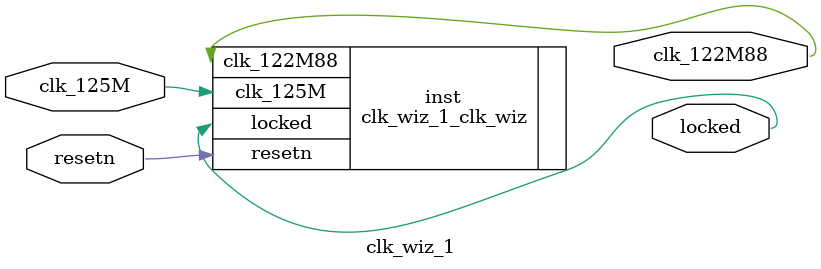
<source format=v>


`timescale 1ps/1ps

(* CORE_GENERATION_INFO = "clk_wiz_1,clk_wiz_v6_0_9_0_0,{component_name=clk_wiz_1,use_phase_alignment=true,use_min_o_jitter=false,use_max_i_jitter=false,use_dyn_phase_shift=false,use_inclk_switchover=false,use_dyn_reconfig=false,enable_axi=0,feedback_source=FDBK_AUTO,PRIMITIVE=MMCM,num_out_clk=1,clkin1_period=8.000,clkin2_period=10.0,use_power_down=false,use_reset=true,use_locked=true,use_inclk_stopped=false,feedback_type=SINGLE,CLOCK_MGR_TYPE=NA,manual_override=false}" *)

module clk_wiz_1 
 (
  // Clock out ports
  output        clk_122M88,
  // Status and control signals
  input         resetn,
  output        locked,
 // Clock in ports
  input         clk_125M
 );

  clk_wiz_1_clk_wiz inst
  (
  // Clock out ports  
  .clk_122M88(clk_122M88),
  // Status and control signals               
  .resetn(resetn), 
  .locked(locked),
 // Clock in ports
  .clk_125M(clk_125M)
  );

endmodule

</source>
